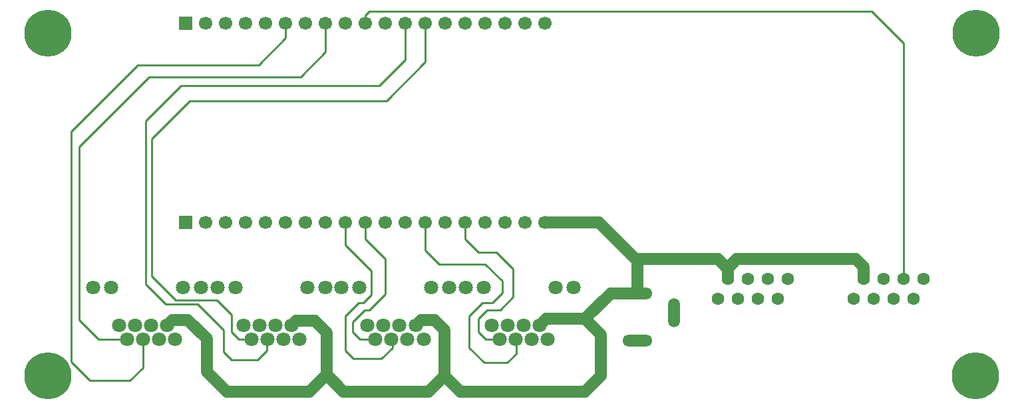
<source format=gtl>
G04 Layer: TopLayer*
G04 EasyEDA v6.5.23, 2023-06-26 13:38:55*
G04 b532a6b097934e50b7b064742ede95bb,94392a2f1ed042d08b1874281cec1d10,10*
G04 Gerber Generator version 0.2*
G04 Scale: 100 percent, Rotated: No, Reflected: No *
G04 Dimensions in millimeters *
G04 leading zeros omitted , absolute positions ,4 integer and 5 decimal *
%FSLAX45Y45*%
%MOMM*%

%ADD10C,1.5000*%
%ADD11C,0.2540*%
%ADD12O,1.499997X3.6999926000000003*%
%ADD13O,3.7999924X1.499997*%
%ADD14C,1.7000*%
%ADD15R,1.7000X1.7000*%
%ADD16C,1.8000*%
%ADD17C,1.6000*%
%ADD18C,6.0000*%

%LPD*%
D10*
X6527800Y1866900D02*
G01*
X6731000Y1663700D01*
X8318500Y1663700D01*
X8521700Y1866900D01*
X8521700Y2387600D01*
X8318500Y2590800D01*
X7824800Y2590800D01*
X7743088Y2509088D01*
D11*
X4508500Y6362700D02*
G01*
X4508500Y6172200D01*
X4165600Y5829300D01*
X2628900Y5829300D01*
X1778000Y4978400D01*
X1778000Y2044700D01*
X2019300Y1803400D01*
X2527300Y1803400D01*
X2692400Y1968500D01*
X2692400Y2326386D01*
X2697225Y2330957D01*
X5524474Y6362700D02*
G01*
X5524474Y6464274D01*
X5575300Y6515100D01*
X11963400Y6515100D01*
X12369800Y6108700D01*
X12369800Y3098800D01*
D10*
X7810474Y3822700D02*
G01*
X8496300Y3822700D01*
X8987663Y3331337D01*
X8987663Y2916173D01*
X10134600Y3225800D02*
G01*
X10134600Y3238500D01*
X10248900Y3352800D01*
X11760200Y3352800D01*
X11861800Y3251200D01*
X11861800Y3098800D01*
X10134600Y3098800D02*
G01*
X10134600Y3225800D01*
X10007600Y3352800D01*
X8987663Y3352800D01*
D11*
X4073143Y2330957D02*
G01*
X3917441Y2330957D01*
X3822700Y2425700D01*
X3822700Y2641600D01*
X3632200Y2832100D01*
X3111500Y2832100D01*
X2806700Y3136900D01*
X2806700Y4889500D01*
X3289300Y5372100D01*
X5791200Y5372100D01*
X6286500Y5867400D01*
X6286500Y6362700D01*
X6032500Y6362700D02*
G01*
X6032500Y5892800D01*
X5702300Y5562600D01*
X3175000Y5562600D01*
X2730500Y5118100D01*
X2730500Y3035300D01*
X2984500Y2781300D01*
X3390900Y2781300D01*
X3721100Y2451100D01*
X3721100Y2171700D01*
X3822700Y2070100D01*
X4152900Y2070100D01*
X4267200Y2184400D01*
X4267200Y2321305D01*
X4277106Y2330957D01*
X2493009Y2330957D02*
G01*
X2126741Y2330957D01*
X1879600Y2578100D01*
X1879600Y4787900D01*
X2768600Y5676900D01*
X4699000Y5676900D01*
X5016500Y5994400D01*
X5016500Y6362700D01*
D10*
X3003041Y2509012D02*
G01*
X3072129Y2578100D01*
X3263900Y2578100D01*
X3505200Y2336800D01*
X3505200Y1917700D01*
X3759200Y1663700D01*
X4813300Y1663700D01*
X5029200Y1879600D01*
X5029200Y2413000D01*
X4876800Y2565400D01*
X4639309Y2565400D01*
X4583175Y2509012D01*
X8987663Y2916173D02*
G01*
X8643874Y2916173D01*
X8318500Y2590800D01*
D11*
X6286474Y3822700D02*
G01*
X6286474Y3467125D01*
X6464300Y3289300D01*
X7048500Y3289300D01*
X7264400Y3073400D01*
X7264400Y2921000D01*
X7137400Y2794000D01*
X7010400Y2794000D01*
X6845300Y2628900D01*
X6845300Y2222500D01*
X7035800Y2032000D01*
X7327900Y2032000D01*
X7442200Y2146300D01*
X7442200Y2325979D01*
X7437094Y2331085D01*
X7233158Y2330957D02*
G01*
X7054341Y2330957D01*
X6959600Y2425700D01*
X6959600Y2590800D01*
X7073900Y2705100D01*
X7239000Y2705100D01*
X7404100Y2870200D01*
X7404100Y3225800D01*
X7188200Y3441700D01*
X6959600Y3441700D01*
X6794500Y3606800D01*
X6794500Y3822700D01*
X5653024Y2330957D02*
G01*
X5454141Y2330957D01*
X5359400Y2425700D01*
X5359400Y2552700D01*
X5511800Y2705100D01*
X5575300Y2705100D01*
X5778500Y2908300D01*
X5778500Y3352800D01*
X5524500Y3606800D01*
X5524500Y3822700D01*
D10*
X5029200Y1879600D02*
G01*
X5245100Y1663700D01*
X6324600Y1663700D01*
X6527800Y1866900D01*
X6527800Y2451100D01*
X6400800Y2578100D01*
X6232118Y2578100D01*
X6163106Y2509088D01*
D11*
X5270474Y3822700D02*
G01*
X5270474Y3530625D01*
X5600700Y3200400D01*
X5600700Y2895600D01*
X5499100Y2794000D01*
X5435600Y2794000D01*
X5270500Y2628900D01*
X5270500Y2184400D01*
X5372100Y2082800D01*
X5727700Y2082800D01*
X5867400Y2222500D01*
X5867400Y2320772D01*
X5857087Y2331085D01*
D12*
G01*
X9452736Y2666237D03*
D13*
G01*
X8987663Y2316226D03*
G01*
X8987663Y2916173D03*
D14*
G01*
X3492474Y6362700D03*
G01*
X3746474Y6362700D03*
G01*
X4000474Y6362700D03*
G01*
X4254474Y6362700D03*
G01*
X4508474Y6362700D03*
G01*
X4762474Y6362700D03*
G01*
X5016474Y6362700D03*
G01*
X5270474Y6362700D03*
G01*
X5524474Y6362700D03*
G01*
X5778474Y6362700D03*
G01*
X6032474Y6362700D03*
G01*
X6286474Y6362700D03*
G01*
X6540474Y6362700D03*
G01*
X6794474Y6362700D03*
G01*
X7048474Y6362700D03*
G01*
X3746474Y3822700D03*
G01*
X4000474Y3822700D03*
G01*
X4254474Y3822700D03*
G01*
X4508474Y3822700D03*
G01*
X4762474Y3822700D03*
G01*
X5016474Y3822700D03*
G01*
X5270474Y3822700D03*
G01*
X5524474Y3822700D03*
G01*
X5778474Y3822700D03*
G01*
X6032474Y3822700D03*
G01*
X6286474Y3822700D03*
G01*
X6540474Y3822700D03*
G01*
X6794474Y3822700D03*
G01*
X7048474Y3822700D03*
G01*
X3492474Y3822700D03*
G01*
X7302474Y6362700D03*
G01*
X7556474Y6362700D03*
D15*
G01*
X3238500Y6362674D03*
G01*
X3238500Y3822674D03*
D14*
G01*
X7302474Y3822700D03*
G01*
X7556474Y3822700D03*
G01*
X7810474Y6362700D03*
G01*
X7810474Y3822700D03*
D16*
G01*
X8174100Y2991078D03*
G01*
X7945094Y2991078D03*
G01*
X7031100Y2991078D03*
G01*
X6802094Y2991078D03*
G01*
X7131100Y2509088D03*
G01*
X7233107Y2331085D03*
G01*
X7335088Y2509088D03*
G01*
X7437094Y2331085D03*
G01*
X7539100Y2509088D03*
G01*
X7641107Y2331085D03*
G01*
X7743088Y2509088D03*
G01*
X7845094Y2331085D03*
G01*
X6594093Y2991078D03*
G01*
X6365087Y2991078D03*
G01*
X5451093Y2991078D03*
G01*
X5222113Y2991078D03*
G01*
X5551093Y2509088D03*
G01*
X5653100Y2331085D03*
G01*
X5755106Y2509088D03*
G01*
X5857087Y2331085D03*
G01*
X5959093Y2509088D03*
G01*
X6061100Y2331085D03*
G01*
X6163106Y2509088D03*
G01*
X6265087Y2331085D03*
G01*
X5014112Y2991078D03*
G01*
X4785106Y2991078D03*
G01*
X3871112Y2991078D03*
G01*
X3642106Y2991078D03*
G01*
X3971112Y2509088D03*
G01*
X4073093Y2331085D03*
G01*
X4175099Y2509088D03*
G01*
X4277106Y2331085D03*
G01*
X4379112Y2509088D03*
G01*
X4481093Y2331085D03*
G01*
X4583099Y2509088D03*
G01*
X4685106Y2331085D03*
G01*
X2062099Y2991078D03*
G01*
X2291105Y2991078D03*
G01*
X3205099Y2991078D03*
G01*
X3434105Y2991078D03*
G01*
X2391105Y2509088D03*
G01*
X2493111Y2331085D03*
G01*
X2595118Y2509088D03*
G01*
X2697099Y2331085D03*
G01*
X2799105Y2509088D03*
G01*
X2901111Y2331085D03*
G01*
X3003118Y2509088D03*
G01*
X3105099Y2331085D03*
D17*
G01*
X10896600Y3098800D03*
G01*
X10769600Y2844800D03*
G01*
X10642600Y3098800D03*
G01*
X10515600Y2844800D03*
G01*
X10388600Y3098800D03*
G01*
X10261574Y2844800D03*
G01*
X10134600Y3098800D03*
G01*
X10007600Y2844800D03*
G01*
X12623800Y3098800D03*
G01*
X12496800Y2844800D03*
G01*
X12369800Y3098800D03*
G01*
X12242800Y2844800D03*
G01*
X12115800Y3098800D03*
G01*
X11988800Y2844800D03*
G01*
X11861800Y3098800D03*
G01*
X11734800Y2844800D03*
D18*
G01*
X13296900Y6235700D03*
G01*
X1485900Y6235700D03*
G01*
X1485900Y1866900D03*
G01*
X13284200Y1866900D03*
M02*

</source>
